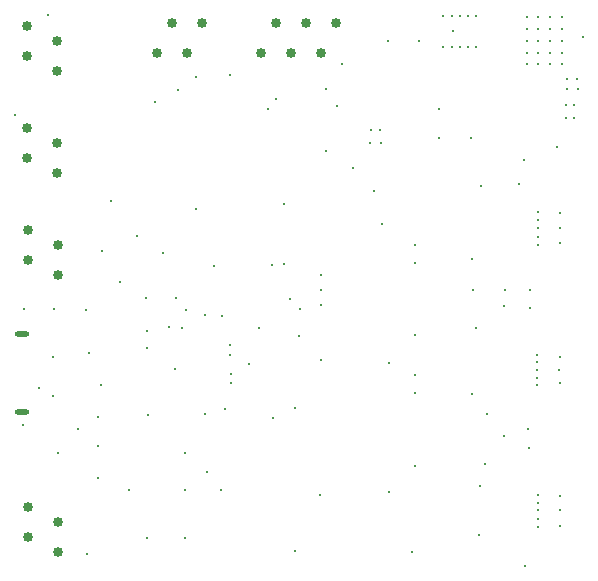
<source format=gbr>
%TF.GenerationSoftware,Altium Limited,Altium Designer,22.9.1 (49)*%
G04 Layer_Color=0*
%FSLAX45Y45*%
%MOMM*%
%TF.SameCoordinates,29712687-7F25-45B9-B314-6CDD0CF2420B*%
%TF.FilePolarity,Positive*%
%TF.FileFunction,Plated,1,4,PTH,Drill*%
%TF.Part,Single*%
G01*
G75*
%TA.AperFunction,ComponentDrill*%
%ADD92O,1.20000X0.50000*%
%ADD93C,0.85000*%
%ADD94C,0.85000*%
%TA.AperFunction,ViaDrill,NotFilled*%
%ADD95C,0.20000*%
D92*
X4550000Y6170000D02*
D03*
Y5510000D02*
D03*
D93*
X4850000Y8396002D02*
D03*
X4596000Y8523002D02*
D03*
X4850000Y8650002D02*
D03*
X4596000Y8777002D02*
D03*
X4599997Y4704000D02*
D03*
X4853997Y4577000D02*
D03*
X4599997Y4450000D02*
D03*
X4853997Y4323000D02*
D03*
X4596001Y7907277D02*
D03*
X4850001Y7780277D02*
D03*
X4596001Y7653277D02*
D03*
X4850001Y7526277D02*
D03*
X4600004Y7043552D02*
D03*
X4854004Y6916552D02*
D03*
X4600004Y6789552D02*
D03*
X4854004Y6662552D02*
D03*
D94*
X5699001Y8546002D02*
D03*
X5826001Y8800002D02*
D03*
X5953001Y8546002D02*
D03*
X6080001Y8800002D02*
D03*
X7210000Y8799999D02*
D03*
X7083000Y8545999D02*
D03*
X6956000Y8799999D02*
D03*
X6829000Y8545999D02*
D03*
X6702000Y8799999D02*
D03*
X6575000Y8545999D02*
D03*
D95*
X9225430Y7991918D02*
D03*
X9158082D02*
D03*
X7660000Y5920000D02*
D03*
X7880427Y5664999D02*
D03*
X7880424Y6764999D02*
D03*
X8759164Y7437070D02*
D03*
X6700000Y8160000D02*
D03*
X8800000Y7640000D02*
D03*
X8400000Y6220000D02*
D03*
X8843339Y5205664D02*
D03*
X8494232Y5487964D02*
D03*
X5197500Y5462500D02*
D03*
X5604799Y6470401D02*
D03*
X7130000Y7720000D02*
D03*
X9080000Y7750000D02*
D03*
X8440000Y7417500D02*
D03*
X7359800Y7574195D02*
D03*
X9167500Y8327500D02*
D03*
Y8240000D02*
D03*
X9225000Y8107500D02*
D03*
X9157500D02*
D03*
X9255000Y8327500D02*
D03*
X6560000Y6220000D02*
D03*
X6317732Y5992870D02*
D03*
X7087500Y5945000D02*
D03*
X5380000Y6610000D02*
D03*
X5230000Y6870000D02*
D03*
X5800000Y6230000D02*
D03*
X5860000Y6470000D02*
D03*
X5937498Y6372501D02*
D03*
X5750000Y6850000D02*
D03*
X4497500Y8022500D02*
D03*
X6100000Y5490000D02*
D03*
X5930000Y5160000D02*
D03*
X6820000Y6460000D02*
D03*
X6902500Y6147500D02*
D03*
X6910000Y6380000D02*
D03*
X6670000Y6750000D02*
D03*
X6180000Y6740000D02*
D03*
X5608344Y6051656D02*
D03*
X5530000Y7000000D02*
D03*
X5302500Y7295000D02*
D03*
X5850000Y5870000D02*
D03*
X4817500Y5970000D02*
D03*
X5217922Y5737502D02*
D03*
X5122921Y6007499D02*
D03*
X4817757Y5643978D02*
D03*
X9257500Y8240000D02*
D03*
X8198998Y8733134D02*
D03*
X8190000Y8600000D02*
D03*
X8400000Y8860000D02*
D03*
X8330000D02*
D03*
X8120000Y8600000D02*
D03*
X8260000D02*
D03*
X8400000D02*
D03*
X8330000D02*
D03*
X8260000Y8860000D02*
D03*
X8190000D02*
D03*
X8640000Y6540000D02*
D03*
X8850000D02*
D03*
X8635000Y5302500D02*
D03*
X8350937Y7829449D02*
D03*
X7220000Y8100000D02*
D03*
X6866615Y5543069D02*
D03*
X4563314Y5399946D02*
D03*
X5197500Y4950000D02*
D03*
X6030158Y8346124D02*
D03*
X5095807Y6367602D02*
D03*
X4820000Y6380000D02*
D03*
X6120000Y5000002D02*
D03*
X8360000Y5660000D02*
D03*
X8370000Y6540000D02*
D03*
X7500000Y7780000D02*
D03*
X7505000Y7890000D02*
D03*
X7587873Y7892151D02*
D03*
X8080000Y7830000D02*
D03*
X5877750Y8233820D02*
D03*
X9300000Y8680000D02*
D03*
X5680000Y8130000D02*
D03*
X6310000Y8360000D02*
D03*
X7130000Y8240000D02*
D03*
X7260000Y8450000D02*
D03*
X7910424Y8650000D02*
D03*
X7650002D02*
D03*
X8120000Y8860000D02*
D03*
X8080000Y8070000D02*
D03*
X7600000Y7100000D02*
D03*
X7535000Y7375000D02*
D03*
X8367105Y6804412D02*
D03*
X8850000Y6390000D02*
D03*
X8630000Y6400000D02*
D03*
X8815000Y4202500D02*
D03*
X8432500Y4877500D02*
D03*
X7855000Y4320000D02*
D03*
X8840826Y5360245D02*
D03*
X7662500Y4827500D02*
D03*
X8425000Y4465000D02*
D03*
X8470000Y5070000D02*
D03*
X4775000Y8865000D02*
D03*
X6865000Y4330000D02*
D03*
X7080000Y4800000D02*
D03*
X6237500Y4842500D02*
D03*
X5930000Y4440000D02*
D03*
X5610000D02*
D03*
X5105000Y4307500D02*
D03*
X6770000Y7270000D02*
D03*
X4570000Y6380000D02*
D03*
X5910000Y6220000D02*
D03*
X4697431Y5711490D02*
D03*
X5930000Y4850000D02*
D03*
X5460000D02*
D03*
X4855838Y5162557D02*
D03*
X5027431Y5361490D02*
D03*
X6675000Y5457500D02*
D03*
X6472497Y5910003D02*
D03*
X5612500Y6194032D02*
D03*
X6314800Y6070000D02*
D03*
X7087500Y6666000D02*
D03*
Y6539000D02*
D03*
Y6412000D02*
D03*
X6030001Y7225720D02*
D03*
X5620000Y5480000D02*
D03*
X6320000Y5750000D02*
D03*
Y5830000D02*
D03*
X6250000Y6317301D02*
D03*
X6100000Y6330000D02*
D03*
X6770000Y6760000D02*
D03*
X6640000Y8070000D02*
D03*
X7880000Y5819573D02*
D03*
Y6920424D02*
D03*
Y5050000D02*
D03*
Y6160000D02*
D03*
X9101480Y5862274D02*
D03*
X9111479Y5747701D02*
D03*
X8915879Y5731724D02*
D03*
Y5797844D02*
D03*
X8925000Y7060237D02*
D03*
X9109598Y7064411D02*
D03*
X9104601Y6938165D02*
D03*
Y7188164D02*
D03*
X8925000Y7132165D02*
D03*
Y6990234D02*
D03*
Y7200240D02*
D03*
Y6918374D02*
D03*
X8923500Y4806303D02*
D03*
X9109147Y4544574D02*
D03*
Y4794574D02*
D03*
X8923500Y4601064D02*
D03*
Y4536302D02*
D03*
X9111479Y5972702D02*
D03*
X9108562Y4673726D02*
D03*
X8923500Y4739503D02*
D03*
X8923547Y4673726D02*
D03*
X8915879Y5863383D02*
D03*
Y5925443D02*
D03*
Y5992144D02*
D03*
X6270000Y5530000D02*
D03*
X7591153Y7781724D02*
D03*
X9025000Y8450000D02*
D03*
X8925000Y8850000D02*
D03*
X9025000Y8550000D02*
D03*
X9125000D02*
D03*
X8925000D02*
D03*
X8825000Y8450000D02*
D03*
X9025000Y8650000D02*
D03*
X9125000D02*
D03*
Y8450000D02*
D03*
X8825000Y8550000D02*
D03*
X9025000Y8850000D02*
D03*
X9125000Y8750000D02*
D03*
X8825000D02*
D03*
X8925000Y8450000D02*
D03*
X8825000Y8850000D02*
D03*
X8925000Y8750000D02*
D03*
Y8650000D02*
D03*
X9025000Y8750000D02*
D03*
X8825000Y8650000D02*
D03*
X9125000Y8850000D02*
D03*
X5197432Y5221490D02*
D03*
%TF.MD5,f2f16a21c0a6b3cf9ba48f0e28cc5582*%
M02*

</source>
